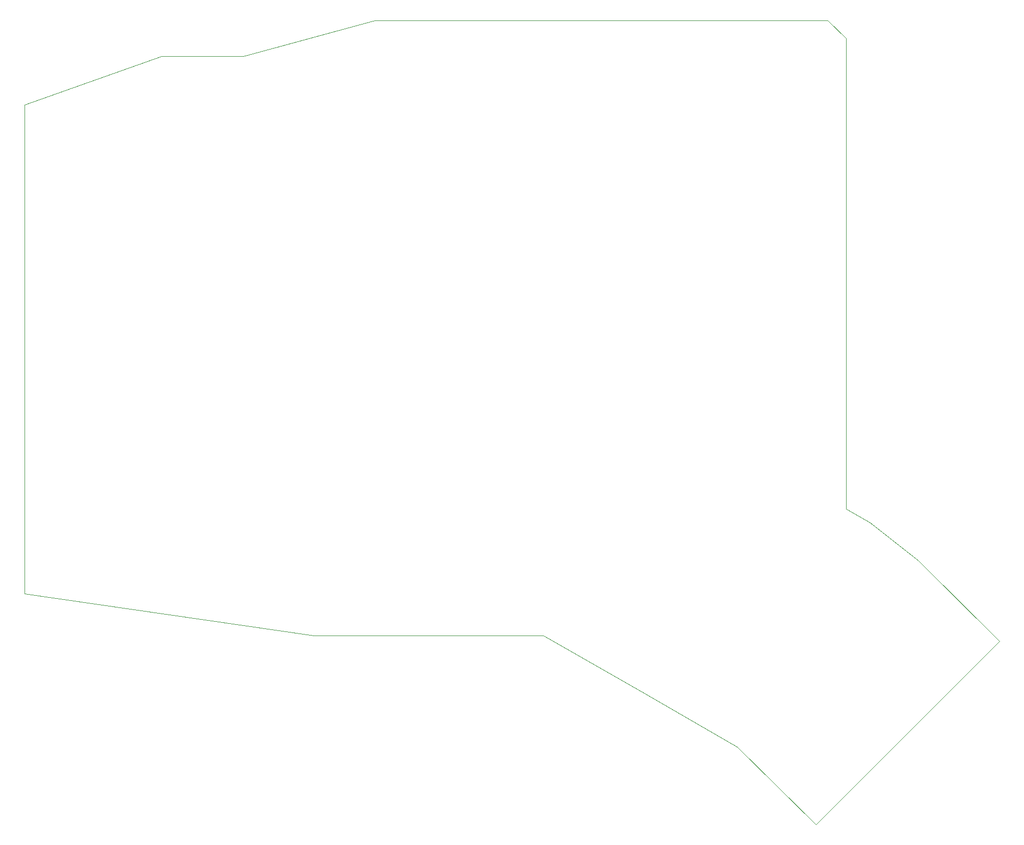
<source format=gm1>
G04 #@! TF.GenerationSoftware,KiCad,Pcbnew,(5.0.2-5-10.14)*
G04 #@! TF.CreationDate,2020-12-04T11:41:37+07:00*
G04 #@! TF.ProjectId,ki-redox,6b692d72-6564-46f7-982e-6b696361645f,1.0*
G04 #@! TF.SameCoordinates,Original*
G04 #@! TF.FileFunction,Profile,NP*
%FSLAX46Y46*%
G04 Gerber Fmt 4.6, Leading zero omitted, Abs format (unit mm)*
G04 Created by KiCad (PCBNEW (5.0.2-5-10.14)) date 2020 December 04, Friday 11:41:37*
%MOMM*%
%LPD*%
G01*
G04 APERTURE LIST*
%ADD10C,0.100000*%
G04 APERTURE END LIST*
D10*
X82000000Y-141000000D02*
X129900000Y-148000000D01*
X82000000Y-140500000D02*
X82000000Y-141000000D01*
X118200000Y-52000000D02*
X104700000Y-52000000D01*
X140000000Y-46000000D02*
X118200000Y-52000000D01*
X141000000Y-46000000D02*
X140000000Y-46000000D01*
X82000000Y-140500000D02*
X82000000Y-140100000D01*
X82000000Y-60000000D02*
X82000000Y-140100000D01*
X104700000Y-52000000D02*
X82000000Y-60000000D01*
X215000000Y-46000000D02*
X141000000Y-46000000D01*
X167900000Y-148000000D02*
X129900000Y-148000000D01*
X183900000Y-157100000D02*
X167900000Y-148000000D01*
X200000000Y-166400000D02*
X183900000Y-157100000D01*
X213000000Y-179300000D02*
X200000000Y-166400000D01*
X243400000Y-148900000D02*
X213000000Y-179300000D01*
X230000000Y-135500000D02*
X243400000Y-148900000D01*
X222000000Y-129300000D02*
X230000000Y-135500000D01*
X218000000Y-127000000D02*
X222000000Y-129300000D01*
X218000000Y-49000000D02*
X218000000Y-127000000D01*
X215000000Y-46000000D02*
X218000000Y-49000000D01*
M02*

</source>
